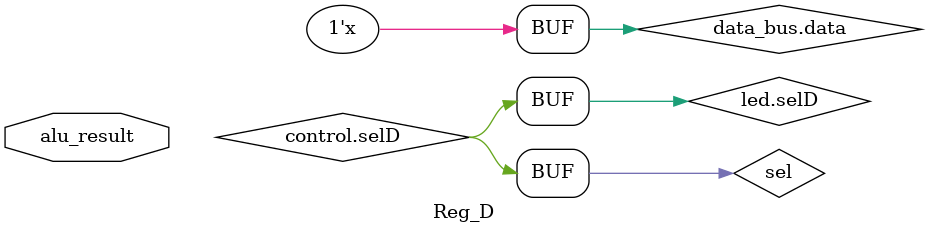
<source format=sv>
/* Author: Jenner Hanni
 * Project: Harry Porter Relay Computer
 * File: Register type for D 
 * Data bus output, ctrl bus in, alu_result in
 * License: MIT http://opensource.org/licenses/MIT
*/

module Reg_D (Ctrl_Bus control,
              Data_Bus data_bus,
              LED_Bus led,
              input logic [8-1:0] alu_result);

  parameter N = 8;

  logic [N-1:0] content;
  logic load, sel;

  assign load = control.ldD;
  assign sel = control.selD;

  assign led.ldD = load;
  assign led.selD = sel;

  always begin
    if (load)
     content = alu_result;
    else if (sel) 
     data_bus.data = content;
  end

  EightBitRegister EightBitsRegB (load, sel, content);

endmodule

</source>
